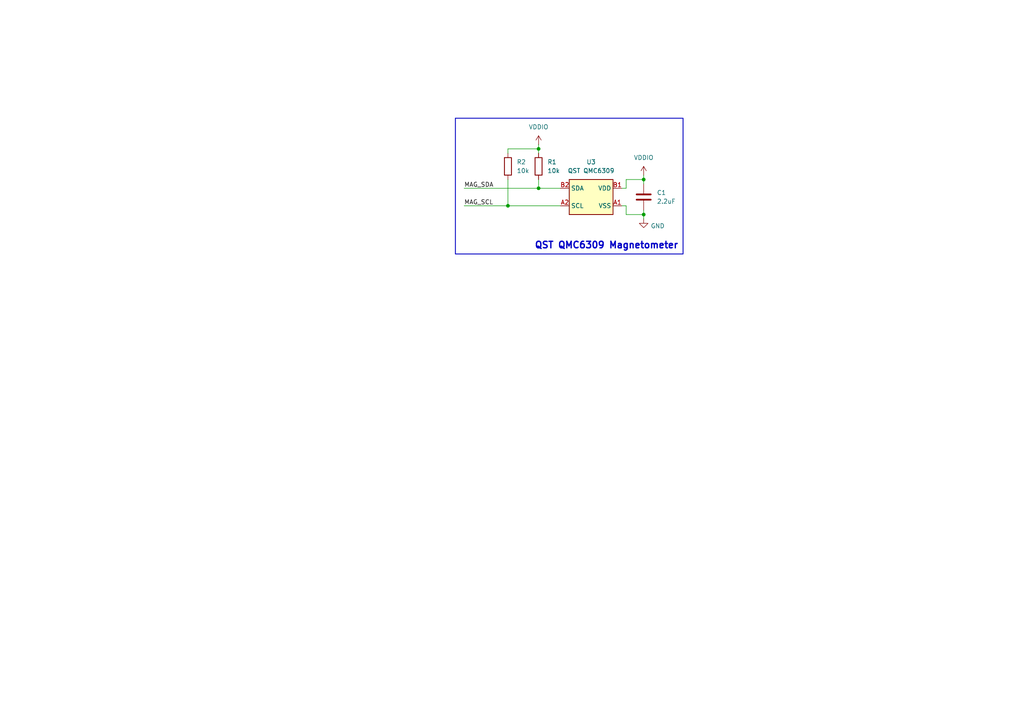
<source format=kicad_sch>
(kicad_sch (version 20250114) (generator "eeschema") (generator_version "9.0")
  (paper "A4")
  (lib_symbols
    (symbol "Device:C" (pin_numbers (hide yes)) (pin_names (offset 0.254))
      (property "Reference" "C" (at 0.635 2.54 0))
      (property "Value" "C" (at 0.635 -2.54 0))
      (symbol "C_0_1"
        (polyline (pts (xy -2.032 0.762) (xy 2.032 0.762)) (stroke (width 0.508)))
        (polyline (pts (xy -2.032 -0.762) (xy 2.032 -0.762)) (stroke (width 0.508)))
      )
      (symbol "C_1_1"
        (pin passive line (at 0 3.81 270) (length 2.794) (name "~") (number "1"))
        (pin passive line (at 0 -3.81 90) (length 2.794) (name "~") (number "2"))
      )
    )
    (symbol "Device:R" (pin_numbers (hide yes)) (pin_names (offset 0))
      (property "Reference" "R" (at 2.032 0 90))
      (property "Value" "R" (at 0 0 90))
      (symbol "R_0_1"
        (rectangle (start -1.016 -2.54) (end 1.016 2.54) (stroke (width 0.254)))
      )
      (symbol "R_1_1"
        (pin passive line (at 0 3.81 270) (length 1.27) (name "~") (number "1"))
        (pin passive line (at 0 -3.81 90) (length 1.27) (name "~") (number "2"))
      )
    )
    (symbol "TuftTrack:QST QMC6309"
      (property "Reference" "U" (at 0 8.382 0))
      (property "Value" "QST QMC6309" (at 0 6.35 0))
      (symbol "QST QMC6309_0_1"
        (rectangle (start -6.35 5.08) (end 6.35 -5.08) (stroke (width 0.254)) (fill (type background)))
      )
      (symbol "QST QMC6309_1_1"
        (pin bidirectional line (at -8.89 2.54 0) (length 2.54) (name "SDA") (number "B2"))
        (pin bidirectional line (at -8.89 -2.54 0) (length 2.54) (name "SCL") (number "A2"))
        (pin power_in line (at 8.89 2.54 180) (length 2.54) (name "VDD") (number "B1"))
        (pin power_in line (at 8.89 -2.54 180) (length 2.54) (name "VSS") (number "A1"))
      )
    )
    (symbol "TuftTrack:VDDIO" (power) (pin_numbers (hide yes)) (pin_names (offset 0) (hide yes))
      (property "Value" "VDDIO" (at 0 3.556 0))
      (symbol "VDDIO_0_1"
        (polyline (pts (xy -0.762 1.27) (xy 0 2.54)))
        (polyline (pts (xy 0 2.54) (xy 0.762 1.27)))
        (polyline (pts (xy 0 0) (xy 0 2.54)))
      )
      (symbol "VDDIO_1_1"
        (pin power_in line (at 0 0 90) (length 0) (name "~") (number "1"))
      )
    )
    (symbol "power:GND" (power) (pin_numbers (hide yes)) (pin_names (offset 0) (hide yes))
      (property "Value" "GND" (at 0 -3.81 0))
      (symbol "GND_0_1"
        (polyline (pts (xy 0 0) (xy 0 -1.27) (xy 1.27 -1.27) (xy 0 -2.54) (xy -1.27 -1.27) (xy 0 -1.27)))
      )
      (symbol "GND_1_1"
        (pin power_in line (at 0 0 270) (length 0) (name "~") (number "1"))
      )
    )
  )
  (rectangle (start 132.08 34.29) (end 198.12 73.66) (stroke (width 0.254)))
  (text "QST QMC6309 Magnetometer" (at 196.85 72.39 0) (effects (font (size 1.905 1.905) (thickness 0.381) (bold yes)) (justify right bottom)))
  (junction (at 156.21 43.18))
  (junction (at 156.21 54.61))
  (junction (at 186.69 62.23))
  (junction (at 147.32 59.69))
  (junction (at 186.69 52.07))
  (wire (pts (xy 134.62 59.69) (xy 147.32 59.69)))
  (wire (pts (xy 156.21 43.18) (xy 156.21 44.45)))
  (wire (pts (xy 156.21 54.61) (xy 162.56 54.61)))
  (wire (pts (xy 186.69 62.23) (xy 186.69 60.96)))
  (wire (pts (xy 180.34 59.69) (xy 181.61 59.69)))
  (wire (pts (xy 147.32 52.07) (xy 147.32 59.69)))
  (wire (pts (xy 181.61 62.23) (xy 186.69 62.23)))
  (wire (pts (xy 186.69 62.23) (xy 186.69 63.5)))
  (wire (pts (xy 181.61 54.61) (xy 180.34 54.61)))
  (wire (pts (xy 181.61 52.07) (xy 186.69 52.07)))
  (wire (pts (xy 156.21 41.91) (xy 156.21 43.18)))
  (wire (pts (xy 156.21 52.07) (xy 156.21 54.61)))
  (wire (pts (xy 147.32 59.69) (xy 162.56 59.69)))
  (wire (pts (xy 181.61 52.07) (xy 181.61 54.61)))
  (wire (pts (xy 186.69 50.8) (xy 186.69 52.07)))
  (wire (pts (xy 134.62 54.61) (xy 156.21 54.61)))
  (wire (pts (xy 181.61 59.69) (xy 181.61 62.23)))
  (wire (pts (xy 156.21 43.18) (xy 147.32 43.18)))
  (wire (pts (xy 147.32 43.18) (xy 147.32 44.45)))
  (wire (pts (xy 186.69 52.07) (xy 186.69 53.34)))
  (label "MAG_SCL" (at 134.62 59.69 0))
  (label "MAG_SDA" (at 134.62 54.61 0))
  (symbol (lib_id "TuftTrack:VDDIO") (at 156.21 41.91 0) (unit 1)
    (property "Reference" "#PWR01" (effects (hide yes)))
    (property "Value" "VDDIO" (at 156.21 36.83 0))
    (property "Description" "Power symbol creates a global label with name \"VDDIO\"" (effects (hide yes)))
  )
  (symbol (lib_id "Device:C") (at 186.69 57.15 0) (unit 1)
    (property "Reference" "C1" (at 190.5 55.8799 0) (effects (justify left)))
    (property "Value" "2.2uF" (at 190.5 58.4199 0) (effects (justify left)))
    (property "Description" "Unpolarized capacitor" (effects (hide yes)))
  )
  (symbol (lib_id "Device:R") (at 156.21 48.26 0) (unit 1)
    (property "Reference" "R1" (at 158.75 46.9899 0) (effects (justify left)))
    (property "Value" "10k" (at 158.75 49.5299 0) (effects (justify left)))
    (property "Description" "Resistor" (effects (hide yes)))
    (instances (project "" (path "" (reference "R1") (unit 1))) (project "" (path "" (reference "R2") (unit 1))))
  )
  (symbol (lib_id "Device:R") (at 147.32 48.26 0) (unit 1)
    (property "Reference" "R2" (at 149.86 46.9899 0) (effects (justify left)))
    (property "Value" "10k" (at 149.86 49.5299 0) (effects (justify left)))
    (property "Description" "Resistor" (effects (hide yes)))
    (instances (project "TuftTrack" (path "" (reference "R2") (unit 1))) (project "" (path "" (reference "R1") (unit 1))))
  )
  (symbol (lib_id "TuftTrack:QST QMC6309") (at 171.45 57.15 0) (unit 1)
    (property "Reference" "U3" (at 171.45 46.99 0))
    (property "Value" "QST QMC6309" (at 171.45 49.53 0))
    (property "Footprint" "TuftTrack:X1-WLB0808-4_L0.8-W0.8-P0.40-TL" (effects (hide yes)))
    (property "Datasheet" "https://www.lcsc.com/datasheet/C5439871.pdf" (effects (hide yes)))
    (property "Description" "3-Axis Single Chip Magnetic Sensor" (effects (hide yes)))
    (instances (project "" (path "" (reference "U3") (unit 1))) (project "" (path "" (reference "U1") (unit 1))))
  )
  (symbol (lib_id "TuftTrack:VDDIO") (at 186.69 50.8 0) (unit 1)
    (property "Reference" "#PWR013" (effects (hide yes)))
    (property "Value" "VDDIO" (at 186.69 45.72 0))
    (property "Description" "Power symbol creates a global label with name \"VDDIO\"" (effects (hide yes)))
  )
  (symbol (lib_id "power:GND") (at 186.69 63.5 0) (unit 1)
    (property "Reference" "#PWR02" (effects (hide yes)))
    (property "Value" "GND" (at 190.754 65.532 0))
    (property "Description" "Power symbol creates a global label with name \"GND\" , ground" (effects (hide yes)))
  )
)
</source>
